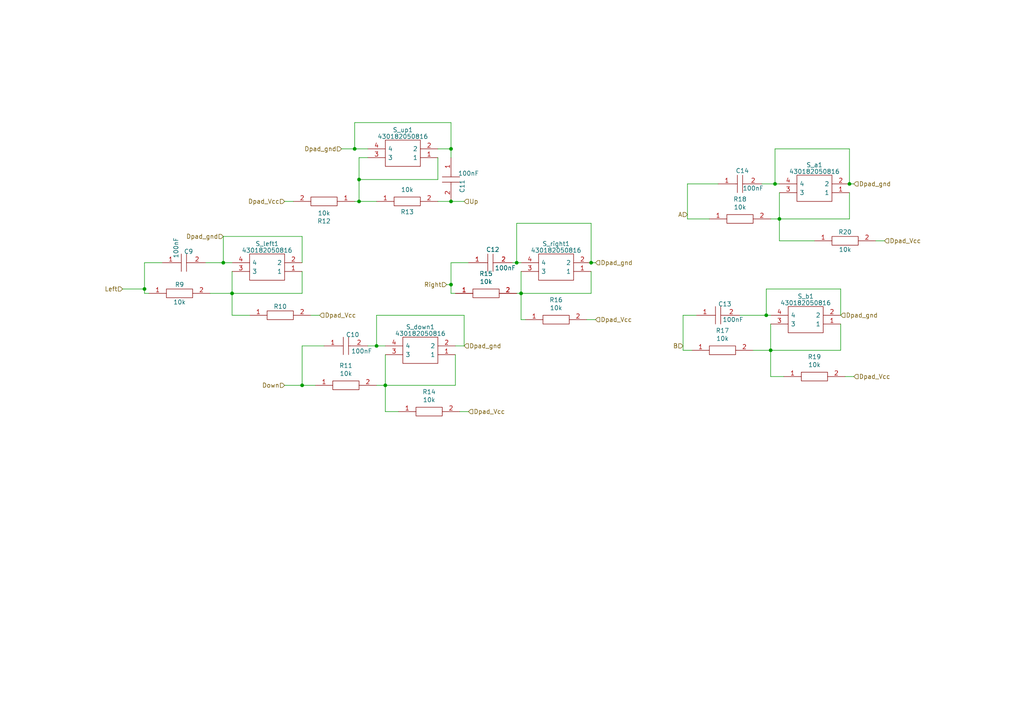
<source format=kicad_sch>
(kicad_sch (version 20231120) (generator "eeschema") (generator_version "8.0")
  (paper "A4")
  (title_block (title "Dpad with debouncing filter") (date "2023-07-03") (rev "V1.0") (company "Making Devices") (comment 1 "Rubén G.S."))
  (lib_symbols
    (symbol "PicBytesMicro-rescue:GCG21BR71H154KA01K-SamacSys_Parts" (pin_names (offset 0.762))
      (property "Reference" "C" (at 8.89 6.35 0))
      (property "Value" "GCG21BR71H154KA01K-SamacSys_Parts" (at 8.89 3.81 0))
      (symbol "GCG21BR71H154KA01K-SamacSys_Parts_0_0"
        (pin passive line (at 0 0 0) (length 5.08) (name "~") (number "1"))
        (pin passive line (at 12.7 0 180) (length 5.08) (name "~") (number "2"))
      )
      (symbol "GCG21BR71H154KA01K-SamacSys_Parts_0_1"
        (polyline (pts (xy 5.08 0) (xy 5.588 0)) (stroke (width 0.1524)))
        (polyline (pts (xy 5.588 2.54) (xy 5.588 -2.54)) (stroke (width 0.1524)))
        (polyline (pts (xy 7.112 0) (xy 7.62 0)) (stroke (width 0.1524)))
        (polyline (pts (xy 7.112 2.54) (xy 7.112 -2.54)) (stroke (width 0.1524)))
      )
    )
    (symbol "PicBytesMicro-rescue:KTR10EZPF4220-SamacSys_Parts" (pin_names (offset 0.762))
      (property "Reference" "R" (at 13.97 6.35 0))
      (property "Value" "KTR10EZPF4220-SamacSys_Parts" (at 13.97 3.81 0))
      (symbol "KTR10EZPF4220-SamacSys_Parts_0_0"
        (pin passive line (at 0 0 0) (length 5.08) (name "~") (number "1"))
        (pin passive line (at 17.78 0 180) (length 5.08) (name "~") (number "2"))
      )
      (symbol "KTR10EZPF4220-SamacSys_Parts_0_1"
        (polyline (pts (xy 5.08 1.27) (xy 12.7 1.27) (xy 12.7 -1.27) (xy 5.08 -1.27) (xy 5.08 1.27)) (stroke (width 0.1524)))
      )
    )
    (symbol "User_lib:430182050816" (pin_names (offset 0.762))
      (property "Reference" "S" (at 16.51 7.62 0))
      (property "Value" "430182050816" (at 16.51 5.08 0))
      (symbol "430182050816_0_0"
        (pin passive line (at 0 0 0) (length 5.08) (name "1") (number "1"))
        (pin passive line (at 0 -2.54 0) (length 5.08) (name "2") (number "2"))
        (pin passive line (at 20.32 0 180) (length 5.08) (name "3") (number "3"))
        (pin passive line (at 20.32 -2.54 180) (length 5.08) (name "4") (number "4"))
      )
      (symbol "430182050816_0_1"
        (polyline (pts (xy 5.08 2.54) (xy 15.24 2.54) (xy 15.24 -5.08) (xy 5.08 -5.08) (xy 5.08 2.54)) (stroke (width 0.1524)))
      )
    )
  )
  (junction (at 130.81 58.42))
  (junction (at 246.38 53.34))
  (junction (at 151.13 85.09))
  (junction (at 223.52 101.6))
  (junction (at 104.14 52.07))
  (junction (at 64.77 76.2))
  (junction (at 41.91 83.82))
  (junction (at 224.79 53.34))
  (junction (at 149.86 76.2))
  (junction (at 102.87 43.18))
  (junction (at 104.14 58.42))
  (junction (at 67.31 85.09))
  (junction (at 87.63 111.76))
  (junction (at 130.81 43.18))
  (junction (at 226.06 63.5))
  (junction (at 109.22 100.33))
  (junction (at 130.81 82.55))
  (junction (at 171.45 76.2))
  (junction (at 111.76 111.76))
  (junction (at 222.25 91.44))
  (wire (pts (xy 99.06 43.18) (xy 102.87 43.18)))
  (wire (pts (xy 132.08 111.76) (xy 132.08 102.87)))
  (wire (pts (xy 199.39 53.34) (xy 199.39 63.5)))
  (wire (pts (xy 151.13 85.09) (xy 171.45 85.09)))
  (wire (pts (xy 224.79 53.34) (xy 226.06 53.34)))
  (wire (pts (xy 224.79 43.18) (xy 246.38 43.18)))
  (wire (pts (xy 149.86 76.2) (xy 151.13 76.2)))
  (wire (pts (xy 67.31 78.74) (xy 67.31 85.09)))
  (wire (pts (xy 220.98 53.34) (xy 224.79 53.34)))
  (wire (pts (xy 104.14 52.07) (xy 127 52.07)))
  (wire (pts (xy 46.99 76.2) (xy 41.91 76.2)))
  (wire (pts (xy 102.87 35.56) (xy 102.87 43.18)))
  (wire (pts (xy 87.63 100.33) (xy 87.63 111.76)))
  (wire (pts (xy 214.63 91.44) (xy 222.25 91.44)))
  (wire (pts (xy 135.89 76.2) (xy 130.81 76.2)))
  (wire (pts (xy 224.79 43.18) (xy 224.79 53.34)))
  (wire (pts (xy 129.54 82.55) (xy 130.81 82.55)))
  (wire (pts (xy 87.63 111.76) (xy 91.44 111.76)))
  (wire (pts (xy 130.81 58.42) (xy 134.62 58.42)))
  (wire (pts (xy 226.06 63.5) (xy 246.38 63.5)))
  (wire (pts (xy 226.06 55.88) (xy 226.06 63.5)))
  (wire (pts (xy 246.38 53.34) (xy 247.65 53.34)))
  (wire (pts (xy 82.55 58.42) (xy 85.09 58.42)))
  (wire (pts (xy 67.31 85.09) (xy 87.63 85.09)))
  (wire (pts (xy 111.76 102.87) (xy 111.76 111.76)))
  (wire (pts (xy 256.54 69.85) (xy 254 69.85)))
  (wire (pts (xy 200.66 101.6) (xy 198.12 101.6)))
  (wire (pts (xy 247.65 109.22) (xy 245.11 109.22)))
  (wire (pts (xy 223.52 101.6) (xy 243.84 101.6)))
  (wire (pts (xy 199.39 53.34) (xy 208.28 53.34)))
  (wire (pts (xy 201.93 91.44) (xy 198.12 91.44)))
  (wire (pts (xy 246.38 55.88) (xy 246.38 63.5)))
  (wire (pts (xy 135.89 119.38) (xy 133.35 119.38)))
  (wire (pts (xy 35.56 83.82) (xy 41.91 83.82)))
  (wire (pts (xy 127 58.42) (xy 130.81 58.42)))
  (wire (pts (xy 223.52 63.5) (xy 226.06 63.5)))
  (wire (pts (xy 109.22 91.44) (xy 134.62 91.44)))
  (wire (pts (xy 171.45 78.74) (xy 171.45 85.09)))
  (wire (pts (xy 92.71 91.44) (xy 90.17 91.44)))
  (wire (pts (xy 243.84 93.98) (xy 243.84 101.6)))
  (wire (pts (xy 64.77 76.2) (xy 67.31 76.2)))
  (wire (pts (xy 130.81 45.72) (xy 130.81 43.18)))
  (wire (pts (xy 171.45 76.2) (xy 172.72 76.2)))
  (wire (pts (xy 218.44 101.6) (xy 223.52 101.6)))
  (wire (pts (xy 149.86 64.77) (xy 149.86 76.2)))
  (wire (pts (xy 171.45 64.77) (xy 171.45 76.2)))
  (wire (pts (xy 226.06 69.85) (xy 226.06 63.5)))
  (wire (pts (xy 127 43.18) (xy 130.81 43.18)))
  (wire (pts (xy 246.38 53.34) (xy 246.38 43.18)))
  (wire (pts (xy 106.68 45.72) (xy 104.14 45.72)))
  (wire (pts (xy 41.91 83.82) (xy 41.91 85.09)))
  (wire (pts (xy 172.72 92.71) (xy 170.18 92.71)))
  (wire (pts (xy 102.87 43.18) (xy 106.68 43.18)))
  (wire (pts (xy 223.52 93.98) (xy 223.52 101.6)))
  (wire (pts (xy 149.86 85.09) (xy 151.13 85.09)))
  (wire (pts (xy 104.14 45.72) (xy 104.14 52.07)))
  (wire (pts (xy 72.39 91.44) (xy 67.31 91.44)))
  (wire (pts (xy 82.55 111.76) (xy 87.63 111.76)))
  (wire (pts (xy 130.81 85.09) (xy 132.08 85.09)))
  (wire (pts (xy 41.91 76.2) (xy 41.91 83.82)))
  (wire (pts (xy 87.63 76.2) (xy 87.63 68.58)))
  (wire (pts (xy 148.59 76.2) (xy 149.86 76.2)))
  (wire (pts (xy 223.52 109.22) (xy 223.52 101.6)))
  (wire (pts (xy 64.77 76.2) (xy 64.77 68.58)))
  (wire (pts (xy 64.77 68.58) (xy 87.63 68.58)))
  (wire (pts (xy 149.86 64.77) (xy 171.45 64.77)))
  (wire (pts (xy 151.13 78.74) (xy 151.13 85.09)))
  (wire (pts (xy 109.22 58.42) (xy 104.14 58.42)))
  (wire (pts (xy 152.4 92.71) (xy 151.13 92.71)))
  (wire (pts (xy 130.81 43.18) (xy 130.81 35.56)))
  (wire (pts (xy 198.12 91.44) (xy 198.12 101.6)))
  (wire (pts (xy 130.81 76.2) (xy 130.81 82.55)))
  (wire (pts (xy 59.69 76.2) (xy 64.77 76.2)))
  (wire (pts (xy 109.22 100.33) (xy 111.76 100.33)))
  (wire (pts (xy 130.81 82.55) (xy 130.81 85.09)))
  (wire (pts (xy 243.84 91.44) (xy 243.84 83.82)))
  (wire (pts (xy 151.13 92.71) (xy 151.13 85.09)))
  (wire (pts (xy 60.96 85.09) (xy 67.31 85.09)))
  (wire (pts (xy 111.76 119.38) (xy 111.76 111.76)))
  (wire (pts (xy 102.87 35.56) (xy 130.81 35.56)))
  (wire (pts (xy 222.25 83.82) (xy 222.25 91.44)))
  (wire (pts (xy 205.74 63.5) (xy 199.39 63.5)))
  (wire (pts (xy 134.62 100.33) (xy 134.62 91.44)))
  (wire (pts (xy 115.57 119.38) (xy 111.76 119.38)))
  (wire (pts (xy 109.22 111.76) (xy 111.76 111.76)))
  (wire (pts (xy 127 45.72) (xy 127 52.07)))
  (wire (pts (xy 109.22 91.44) (xy 109.22 100.33)))
  (wire (pts (xy 104.14 58.42) (xy 104.14 52.07)))
  (wire (pts (xy 41.91 85.09) (xy 43.18 85.09)))
  (wire (pts (xy 111.76 111.76) (xy 132.08 111.76)))
  (wire (pts (xy 93.98 100.33) (xy 87.63 100.33)))
  (wire (pts (xy 87.63 78.74) (xy 87.63 85.09)))
  (wire (pts (xy 106.68 100.33) (xy 109.22 100.33)))
  (wire (pts (xy 67.31 85.09) (xy 67.31 91.44)))
  (wire (pts (xy 102.87 58.42) (xy 104.14 58.42)))
  (wire (pts (xy 236.22 69.85) (xy 226.06 69.85)))
  (wire (pts (xy 222.25 91.44) (xy 223.52 91.44)))
  (wire (pts (xy 132.08 100.33) (xy 134.62 100.33)))
  (wire (pts (xy 227.33 109.22) (xy 223.52 109.22)))
  (wire (pts (xy 222.25 83.82) (xy 243.84 83.82)))
  (hierarchical_label "Dpad_Vcc" (shape input) (at 247.65 109.22 0))
  (hierarchical_label "Dpad_Vcc" (shape input) (at 172.72 92.71 0))
  (hierarchical_label "Dpad_Vcc" (shape input) (at 92.71 91.44 0))
  (hierarchical_label "Dpad_gnd" (shape input) (at 172.72 76.2 0))
  (hierarchical_label "Dpad_Vcc" (shape input) (at 135.89 119.38 0))
  (hierarchical_label "Dpad_Vcc" (shape input) (at 256.54 69.85 0))
  (hierarchical_label "Left" (shape input) (at 35.56 83.82 180))
  (hierarchical_label "A" (shape input) (at 199.39 62.23 180))
  (hierarchical_label "Up" (shape input) (at 134.62 58.42 0))
  (hierarchical_label "Dpad_gnd" (shape input) (at 243.84 91.44 0))
  (hierarchical_label "Dpad_gnd" (shape input) (at 64.77 68.58 180))
  (hierarchical_label "B" (shape input) (at 198.12 100.33 180))
  (hierarchical_label "Down" (shape input) (at 82.55 111.76 180))
  (hierarchical_label "Right" (shape input) (at 129.54 82.55 180))
  (hierarchical_label "Dpad_gnd" (shape input) (at 99.06 43.18 180))
  (hierarchical_label "Dpad_gnd" (shape input) (at 134.62 100.33 0))
  (hierarchical_label "Dpad_Vcc" (shape input) (at 82.55 58.42 180))
  (hierarchical_label "Dpad_gnd" (shape input) (at 247.65 53.34 0))
  (symbol (lib_id "PicBytesMicro-rescue:KTR10EZPF4220-SamacSys_Parts") (at 227.33 109.22 0) (unit 1)
    (property "Reference" "R19" (at 236.22 103.505 0))
    (property "Value" "10k" (at 236.22 105.8164 0))
    (property "Footprint" "RESC2012X65N" (effects (hide yes)))
    (property "Datasheet" "http://rohmfs.rohm.com/en/products/databook/datasheet/passive/resistor/chip_resistor/ktr.pdf" (effects (hide yes)))
    (property "Description" "ROHM 0805 Resistor Chip" (effects (hide yes)))
    (property "Height" "0.65" (effects (hide yes)))
    (property "Manufacturer_Name" "ROHM Semiconductor" (effects (hide yes)))
    (property "Manufacturer_Part_Number" "KTR10EZPF4220" (effects (hide yes)))
  )
  (symbol (lib_id "PicBytesMicro-rescue:KTR10EZPF4220-SamacSys_Parts") (at 236.22 69.85 0) (unit 1)
    (property "Reference" "R20" (at 245.11 67.31 0))
    (property "Value" "10k" (at 245.11 72.39 0))
    (property "Footprint" "RESC2012X65N" (effects (hide yes)))
    (property "Datasheet" "http://rohmfs.rohm.com/en/products/databook/datasheet/passive/resistor/chip_resistor/ktr.pdf" (effects (hide yes)))
    (property "Description" "ROHM 0805 Resistor Chip" (effects (hide yes)))
    (property "Height" "0.65" (effects (hide yes)))
    (property "Manufacturer_Name" "ROHM Semiconductor" (effects (hide yes)))
    (property "Manufacturer_Part_Number" "KTR10EZPF4220" (effects (hide yes)))
  )
  (symbol (lib_id "PicBytesMicro-rescue:KTR10EZPF4220-SamacSys_Parts") (at 152.4 92.71 0) (unit 1)
    (property "Reference" "R16" (at 161.29 86.995 0))
    (property "Value" "10k" (at 161.29 89.3064 0))
    (property "Footprint" "RESC2012X65N" (effects (hide yes)))
    (property "Datasheet" "http://rohmfs.rohm.com/en/products/databook/datasheet/passive/resistor/chip_resistor/ktr.pdf" (effects (hide yes)))
    (property "Description" "ROHM 0805 Resistor Chip" (effects (hide yes)))
    (property "Height" "0.65" (effects (hide yes)))
    (property "Manufacturer_Name" "ROHM Semiconductor" (effects (hide yes)))
    (property "Manufacturer_Part_Number" "KTR10EZPF4220" (effects (hide yes)))
  )
  (symbol (lib_id "PicBytesMicro-rescue:KTR10EZPF4220-SamacSys_Parts") (at 109.22 58.42 0) (unit 1)
    (property "Reference" "R13" (at 118.11 61.468 0))
    (property "Value" "10k" (at 118.11 55.0164 0))
    (property "Footprint" "RESC2012X65N" (effects (hide yes)))
    (property "Datasheet" "http://rohmfs.rohm.com/en/products/databook/datasheet/passive/resistor/chip_resistor/ktr.pdf" (effects (hide yes)))
    (property "Description" "ROHM 0805 Resistor Chip" (effects (hide yes)))
    (property "Height" "0.65" (effects (hide yes)))
    (property "Manufacturer_Name" "ROHM Semiconductor" (effects (hide yes)))
    (property "Manufacturer_Part_Number" "KTR10EZPF4220" (effects (hide yes)))
  )
  (symbol (lib_id "PicBytesMicro-rescue:KTR10EZPF4220-SamacSys_Parts") (at 72.39 91.44 0) (unit 1)
    (property "Reference" "R10" (at 81.28 88.9 0))
    (property "Value" "10k" (effects (hide yes)))
    (property "Footprint" "RESC2012X65N" (effects (hide yes)))
    (property "Datasheet" "http://rohmfs.rohm.com/en/products/databook/datasheet/passive/resistor/chip_resistor/ktr.pdf" (effects (hide yes)))
    (property "Description" "ROHM 0805 Resistor Chip" (effects (hide yes)))
    (property "Height" "0.65" (effects (hide yes)))
    (property "Manufacturer_Name" "ROHM Semiconductor" (effects (hide yes)))
    (property "Manufacturer_Part_Number" "KTR10EZPF4220" (effects (hide yes)))
  )
  (symbol (lib_id "PicBytesMicro-rescue:KTR10EZPF4220-SamacSys_Parts") (at 115.57 119.38 0) (unit 1)
    (property "Reference" "R14" (at 124.46 113.665 0))
    (property "Value" "10k" (at 124.46 115.9764 0))
    (property "Footprint" "RESC2012X65N" (effects (hide yes)))
    (property "Datasheet" "http://rohmfs.rohm.com/en/products/databook/datasheet/passive/resistor/chip_resistor/ktr.pdf" (effects (hide yes)))
    (property "Description" "ROHM 0805 Resistor Chip" (effects (hide yes)))
    (property "Height" "0.65" (effects (hide yes)))
    (property "Manufacturer_Name" "ROHM Semiconductor" (effects (hide yes)))
    (property "Manufacturer_Part_Number" "KTR10EZPF4220" (effects (hide yes)))
  )
  (symbol (lib_id "User_lib:430182050816") (at 246.38 55.88 180) (unit 1)
    (property "Reference" "S_a1" (at 236.22 47.8409 0))
    (property "Value" "430182050816" (at 236.22 49.7619 0))
    (property "Footprint" "430182070816" (effects (hide yes)))
    (property "Datasheet" "http://katalog.we-online.de/em/datasheet/4301x2xxx8x6.pdf" (effects (hide yes)))
    (property "Description" "Black Tactile Tactile Switch, NO 50 mA 1.6mm Surface Mount" (effects (hide yes)))
    (property "Mouser Part Number" "710-430182050816" (effects (hide yes)))
    (property "Mouser Price/Stock" "https://www.mouser.co.uk/ProductDetail/Wurth-Elektronik/430182050816?qs=wr8lucFkNMUyle0jQPgWGw%3D%3D" (effects (hide yes)))
    (property "Manufacturer_Name" "Wurth Elektronik" (effects (hide yes)))
    (property "Manufacturer_Part_Number" "430182050816" (effects (hide yes)))
  )
  (symbol (lib_id "PicBytesMicro-rescue:KTR10EZPF4220-SamacSys_Parts") (at 200.66 101.6 0) (unit 1)
    (property "Reference" "R17" (at 209.55 95.885 0))
    (property "Value" "10k" (at 209.55 98.1964 0))
    (property "Footprint" "User_lib:RESC2012X75N" (effects (hide yes)))
    (property "Datasheet" "http://rohmfs.rohm.com/en/products/databook/datasheet/passive/resistor/chip_resistor/ktr.pdf" (effects (hide yes)))
    (property "Description" "ROHM 0805 Resistor Chip" (effects (hide yes)))
    (property "Height" "0.65" (effects (hide yes)))
    (property "Manufacturer_Name" "ROHM Semiconductor" (effects (hide yes)))
    (property "Manufacturer_Part_Number" "KTR10EZPF4220" (effects (hide yes)))
  )
  (symbol (lib_id "User_lib:430182050816") (at 171.45 78.74 180) (unit 1)
    (property "Reference" "S_right1" (at 161.29 70.7009 0))
    (property "Value" "430182050816" (at 161.29 72.6219 0))
    (property "Footprint" "430182070816" (effects (hide yes)))
    (property "Datasheet" "http://katalog.we-online.de/em/datasheet/4301x2xxx8x6.pdf" (effects (hide yes)))
    (property "Description" "Black Tactile Tactile Switch, NO 50 mA 1.6mm Surface Mount" (effects (hide yes)))
    (property "Mouser Part Number" "710-430182050816" (effects (hide yes)))
    (property "Mouser Price/Stock" "https://www.mouser.co.uk/ProductDetail/Wurth-Elektronik/430182050816?qs=wr8lucFkNMUyle0jQPgWGw%3D%3D" (effects (hide yes)))
    (property "Manufacturer_Name" "Wurth Elektronik" (effects (hide yes)))
    (property "Manufacturer_Part_Number" "430182050816" (effects (hide yes)))
  )
  (symbol (lib_id "PicBytesMicro-rescue:KTR10EZPF4220-SamacSys_Parts") (at 205.74 63.5 0) (unit 1)
    (property "Reference" "R18" (at 214.63 57.785 0))
    (property "Value" "10k" (at 214.63 60.0964 0))
    (property "Footprint" "User_lib:RESC2012X75N" (effects (hide yes)))
    (property "Datasheet" "http://rohmfs.rohm.com/en/products/databook/datasheet/passive/resistor/chip_resistor/ktr.pdf" (effects (hide yes)))
    (property "Description" "ROHM 0805 Resistor Chip" (effects (hide yes)))
    (property "Height" "0.65" (effects (hide yes)))
    (property "Manufacturer_Name" "ROHM Semiconductor" (effects (hide yes)))
    (property "Manufacturer_Part_Number" "KTR10EZPF4220" (effects (hide yes)))
  )
  (symbol (lib_id "PicBytesMicro-rescue:GCG21BR71H154KA01K-SamacSys_Parts") (at 130.81 45.72 270) (unit 1)
    (property "Reference" "C11" (at 134.0612 52.07 0) (effects (justify left)))
    (property "Value" "100nF" (at 132.842 50.292 90) (effects (justify left)))
    (property "Footprint" "User_lib:CAPC2012X140N" (effects (hide yes)))
    (property "Datasheet" "https://psearch.en.murata.com/capacitor/product/GCG21BR71H154KA01%23.html" (effects (hide yes)))
    (property "Description" "Capacitor L=2.0mm W=1.25mm T=1.25mm" (effects (hide yes)))
    (property "Height" "1.45" (effects (hide yes)))
    (property "Manufacturer_Name" "Murata Electronics" (effects (hide yes)))
    (property "Manufacturer_Part_Number" "GCG21BR71H154KA01K" (effects (hide yes)))
  )
  (symbol (lib_id "PicBytesMicro-rescue:KTR10EZPF4220-SamacSys_Parts") (at 91.44 111.76 0) (unit 1)
    (property "Reference" "R11" (at 100.33 106.045 0))
    (property "Value" "10k" (at 100.33 108.3564 0))
    (property "Footprint" "User_lib:RESC2012X75N" (effects (hide yes)))
    (property "Datasheet" "http://rohmfs.rohm.com/en/products/databook/datasheet/passive/resistor/chip_resistor/ktr.pdf" (effects (hide yes)))
    (property "Description" "ROHM 0805 Resistor Chip" (effects (hide yes)))
    (property "Height" "0.65" (effects (hide yes)))
    (property "Manufacturer_Name" "ROHM Semiconductor" (effects (hide yes)))
    (property "Manufacturer_Part_Number" "KTR10EZPF4220" (effects (hide yes)))
  )
  (symbol (lib_id "PicBytesMicro-rescue:GCG21BR71H154KA01K-SamacSys_Parts") (at 135.89 76.2 0) (unit 1)
    (property "Reference" "C12" (at 140.97 72.39 0) (effects (justify left)))
    (property "Value" "100nF" (at 143.51 77.724 0) (effects (justify left)))
    (property "Footprint" "User_lib:CAPC2012X140N" (effects (hide yes)))
    (property "Datasheet" "https://psearch.en.murata.com/capacitor/product/GCG21BR71H154KA01%23.html" (effects (hide yes)))
    (property "Description" "Capacitor L=2.0mm W=1.25mm T=1.25mm" (effects (hide yes)))
    (property "Height" "1.45" (effects (hide yes)))
    (property "Manufacturer_Name" "Murata Electronics" (effects (hide yes)))
    (property "Manufacturer_Part_Number" "GCG21BR71H154KA01K" (effects (hide yes)))
  )
  (symbol (lib_id "PicBytesMicro-rescue:KTR10EZPF4220-SamacSys_Parts") (at 102.87 58.42 180) (unit 1)
    (property "Reference" "R12" (at 93.98 64.135 0))
    (property "Value" "10k" (at 93.98 61.8236 0))
    (property "Footprint" "User_lib:RESC2012X75N" (effects (hide yes)))
    (property "Datasheet" "http://rohmfs.rohm.com/en/products/databook/datasheet/passive/resistor/chip_resistor/ktr.pdf" (effects (hide yes)))
    (property "Description" "ROHM 0805 Resistor Chip" (effects (hide yes)))
    (property "Height" "0.65" (effects (hide yes)))
    (property "Manufacturer_Name" "ROHM Semiconductor" (effects (hide yes)))
    (property "Manufacturer_Part_Number" "KTR10EZPF4220" (effects (hide yes)))
  )
  (symbol (lib_id "PicBytesMicro-rescue:GCG21BR71H154KA01K-SamacSys_Parts") (at 201.93 91.44 0) (unit 1)
    (property "Reference" "C13" (at 208.28 88.1888 0) (effects (justify left)))
    (property "Value" "100nF" (at 209.55 92.71 0) (effects (justify left)))
    (property "Footprint" "User_lib:CAPC2012X140N" (effects (hide yes)))
    (property "Datasheet" "https://psearch.en.murata.com/capacitor/product/GCG21BR71H154KA01%23.html" (effects (hide yes)))
    (property "Description" "Capacitor L=2.0mm W=1.25mm T=1.25mm" (effects (hide yes)))
    (property "Height" "1.45" (effects (hide yes)))
    (property "Manufacturer_Name" "Murata Electronics" (effects (hide yes)))
    (property "Manufacturer_Part_Number" "GCG21BR71H154KA01K" (effects (hide yes)))
  )
  (symbol (lib_id "PicBytesMicro-rescue:GCG21BR71H154KA01K-SamacSys_Parts") (at 208.28 53.34 0) (unit 1)
    (property "Reference" "C14" (at 213.36 49.53 0) (effects (justify left)))
    (property "Value" "100nF" (at 215.392 54.61 0) (effects (justify left)))
    (property "Footprint" "User_lib:CAPC2012X140N" (effects (hide yes)))
    (property "Datasheet" "https://psearch.en.murata.com/capacitor/product/GCG21BR71H154KA01%23.html" (effects (hide yes)))
    (property "Description" "Capacitor L=2.0mm W=1.25mm T=1.25mm" (effects (hide yes)))
    (property "Height" "1.45" (effects (hide yes)))
    (property "Manufacturer_Name" "Murata Electronics" (effects (hide yes)))
    (property "Manufacturer_Part_Number" "GCG21BR71H154KA01K" (effects (hide yes)))
  )
  (symbol (lib_id "User_lib:430182050816") (at 132.08 102.87 180) (unit 1)
    (property "Reference" "S_down1" (at 121.92 94.8309 0))
    (property "Value" "430182050816" (at 121.92 96.7519 0))
    (property "Footprint" "430182070816" (effects (hide yes)))
    (property "Datasheet" "http://katalog.we-online.de/em/datasheet/4301x2xxx8x6.pdf" (effects (hide yes)))
    (property "Description" "Black Tactile Tactile Switch, NO 50 mA 1.6mm Surface Mount" (effects (hide yes)))
    (property "Mouser Part Number" "710-430182050816" (effects (hide yes)))
    (property "Mouser Price/Stock" "https://www.mouser.co.uk/ProductDetail/Wurth-Elektronik/430182050816?qs=wr8lucFkNMUyle0jQPgWGw%3D%3D" (effects (hide yes)))
    (property "Manufacturer_Name" "Wurth Elektronik" (effects (hide yes)))
    (property "Manufacturer_Part_Number" "430182050816" (effects (hide yes)))
  )
  (symbol (lib_id "PicBytesMicro-rescue:KTR10EZPF4220-SamacSys_Parts") (at 132.08 85.09 0) (unit 1)
    (property "Reference" "R15" (at 140.97 79.375 0))
    (property "Value" "10k" (at 140.97 81.6864 0))
    (property "Footprint" "User_lib:RESC2012X75N" (effects (hide yes)))
    (property "Datasheet" "http://rohmfs.rohm.com/en/products/databook/datasheet/passive/resistor/chip_resistor/ktr.pdf" (effects (hide yes)))
    (property "Description" "ROHM 0805 Resistor Chip" (effects (hide yes)))
    (property "Height" "0.65" (effects (hide yes)))
    (property "Manufacturer_Name" "ROHM Semiconductor" (effects (hide yes)))
    (property "Manufacturer_Part_Number" "KTR10EZPF4220" (effects (hide yes)))
  )
  (symbol (lib_id "User_lib:430182050816") (at 127 45.72 180) (unit 1)
    (property "Reference" "S_up1" (at 116.84 37.6809 0))
    (property "Value" "430182050816" (at 116.84 39.6019 0))
    (property "Footprint" "430182070816" (effects (hide yes)))
    (property "Datasheet" "http://katalog.we-online.de/em/datasheet/4301x2xxx8x6.pdf" (effects (hide yes)))
    (property "Description" "Black Tactile Tactile Switch, NO 50 mA 1.6mm Surface Mount" (effects (hide yes)))
    (property "Mouser Part Number" "710-430182050816" (effects (hide yes)))
    (property "Mouser Price/Stock" "https://www.mouser.co.uk/ProductDetail/Wurth-Elektronik/430182050816?qs=wr8lucFkNMUyle0jQPgWGw%3D%3D" (effects (hide yes)))
    (property "Manufacturer_Name" "Wurth Elektronik" (effects (hide yes)))
    (property "Manufacturer_Part_Number" "430182050816" (effects (hide yes)))
  )
  (symbol (lib_id "PicBytesMicro-rescue:KTR10EZPF4220-SamacSys_Parts") (at 43.18 85.09 0) (unit 1)
    (property "Reference" "R9" (at 52.07 82.55 0))
    (property "Value" "10k" (at 52.07 87.63 0))
    (property "Footprint" "User_lib:RESC2012X75N" (effects (hide yes)))
    (property "Datasheet" "http://rohmfs.rohm.com/en/products/databook/datasheet/passive/resistor/chip_resistor/ktr.pdf" (effects (hide yes)))
    (property "Description" "ROHM 0805 Resistor Chip" (effects (hide yes)))
    (property "Height" "0.65" (effects (hide yes)))
    (property "Manufacturer_Name" "ROHM Semiconductor" (effects (hide yes)))
    (property "Manufacturer_Part_Number" "KTR10EZPF4220" (effects (hide yes)))
  )
  (symbol (lib_id "User_lib:430182050816") (at 243.84 93.98 180) (unit 1)
    (property "Reference" "S_b1" (at 233.68 85.9409 0))
    (property "Value" "430182050816" (at 233.68 87.8619 0))
    (property "Footprint" "430182070816" (effects (hide yes)))
    (property "Datasheet" "http://katalog.we-online.de/em/datasheet/4301x2xxx8x6.pdf" (effects (hide yes)))
    (property "Description" "Black Tactile Tactile Switch, NO 50 mA 1.6mm Surface Mount" (effects (hide yes)))
    (property "Mouser Part Number" "710-430182050816" (effects (hide yes)))
    (property "Mouser Price/Stock" "https://www.mouser.co.uk/ProductDetail/Wurth-Elektronik/430182050816?qs=wr8lucFkNMUyle0jQPgWGw%3D%3D" (effects (hide yes)))
    (property "Manufacturer_Name" "Wurth Elektronik" (effects (hide yes)))
    (property "Manufacturer_Part_Number" "430182050816" (effects (hide yes)))
  )
  (symbol (lib_id "PicBytesMicro-rescue:GCG21BR71H154KA01K-SamacSys_Parts") (at 46.99 76.2 0) (unit 1)
    (property "Reference" "C9" (at 53.34 72.9488 0) (effects (justify left)))
    (property "Value" "100nF" (at 51.054 74.93 90) (effects (justify left)))
    (property "Footprint" "User_lib:CAPC2012X140N" (effects (hide yes)))
    (property "Datasheet" "https://psearch.en.murata.com/capacitor/product/GCG21BR71H154KA01%23.html" (effects (hide yes)))
    (property "Description" "Capacitor L=2.0mm W=1.25mm T=1.25mm" (effects (hide yes)))
    (property "Height" "1.45" (effects (hide yes)))
    (property "Manufacturer_Name" "Murata Electronics" (effects (hide yes)))
    (property "Manufacturer_Part_Number" "GCG21BR71H154KA01K" (effects (hide yes)))
  )
  (symbol (lib_id "PicBytesMicro-rescue:GCG21BR71H154KA01K-SamacSys_Parts") (at 93.98 100.33 0) (unit 1)
    (property "Reference" "C10" (at 100.33 97.0788 0) (effects (justify left)))
    (property "Value" "100nF" (at 101.854 101.854 0) (effects (justify left)))
    (property "Footprint" "User_lib:CAPC2012X140N" (effects (hide yes)))
    (property "Datasheet" "https://psearch.en.murata.com/capacitor/product/GCG21BR71H154KA01%23.html" (effects (hide yes)))
    (property "Description" "Capacitor L=2.0mm W=1.25mm T=1.25mm" (effects (hide yes)))
    (property "Height" "1.45" (effects (hide yes)))
    (property "Manufacturer_Name" "Murata Electronics" (effects (hide yes)))
    (property "Manufacturer_Part_Number" "GCG21BR71H154KA01K" (effects (hide yes)))
  )
  (symbol (lib_id "User_lib:430182050816") (at 87.63 78.74 180) (unit 1)
    (property "Reference" "S_left1" (at 77.47 70.7009 0))
    (property "Value" "430182050816" (at 77.47 72.6219 0))
    (property "Footprint" "430182070816" (effects (hide yes)))
    (property "Datasheet" "http://katalog.we-online.de/em/datasheet/4301x2xxx8x6.pdf" (effects (hide yes)))
    (property "Description" "Black Tactile Tactile Switch, NO 50 mA 1.6mm Surface Mount" (effects (hide yes)))
    (property "Mouser Part Number" "710-430182050816" (effects (hide yes)))
    (property "Mouser Price/Stock" "https://www.mouser.co.uk/ProductDetail/Wurth-Elektronik/430182050816?qs=wr8lucFkNMUyle0jQPgWGw%3D%3D" (effects (hide yes)))
    (property "Manufacturer_Name" "Wurth Elektronik" (effects (hide yes)))
    (property "Manufacturer_Part_Number" "430182050816" (effects (hide yes)))
  )
)
</source>
